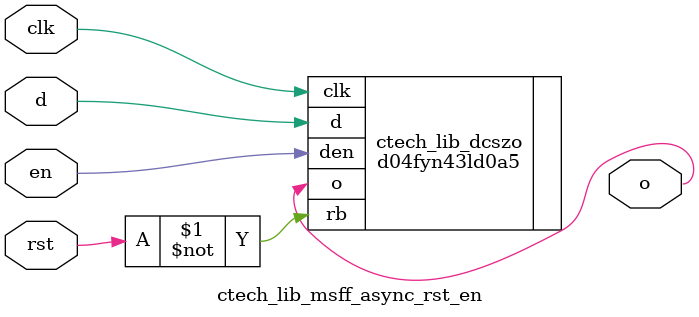
<source format=v>
module ctech_lib_msff_async_rst_en (
   input d,
   input en,
   input clk,
   input rst,
   output o
);
   d04fyn43ld0a5 ctech_lib_dcszo (.d(d),.den(en),.clk(clk),.rb(~rst),.o(o));
endmodule

</source>
